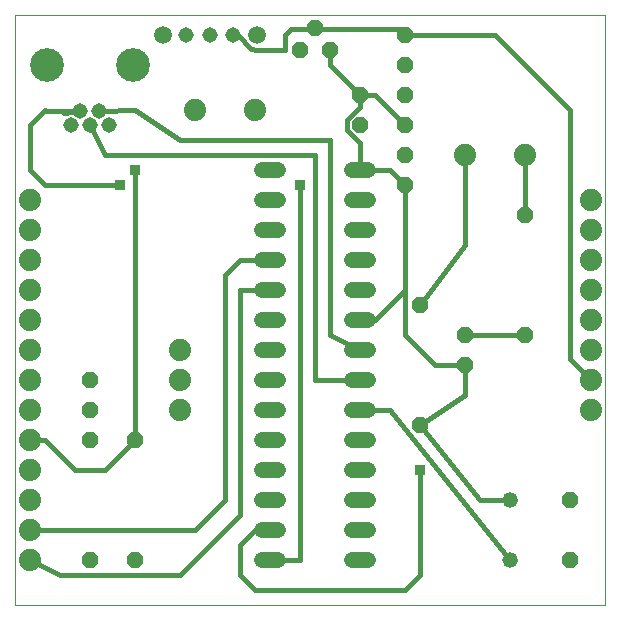
<source format=gtl>
G75*
%MOIN*%
%OFA0B0*%
%FSLAX25Y25*%
%IPPOS*%
%LPD*%
%AMOC8*
5,1,8,0,0,1.08239X$1,22.5*
%
%ADD10C,0.00000*%
%ADD11OC8,0.05200*%
%ADD12C,0.05200*%
%ADD13C,0.05150*%
%ADD14C,0.11220*%
%ADD15C,0.07400*%
%ADD16C,0.05200*%
%ADD17C,0.05937*%
%ADD18C,0.01600*%
%ADD19R,0.03562X0.03562*%
D10*
X0008500Y0001800D02*
X0008500Y0198650D01*
X0205350Y0198650D01*
X0205350Y0001800D01*
X0008500Y0001800D01*
D11*
X0033500Y0016800D03*
X0048500Y0016800D03*
X0048500Y0056800D03*
X0033500Y0056800D03*
X0033500Y0066800D03*
X0033500Y0076800D03*
X0123500Y0161800D03*
X0123500Y0171800D03*
X0138500Y0171800D03*
X0138500Y0181800D03*
X0138500Y0191800D03*
X0113500Y0186800D03*
X0108500Y0194300D03*
X0103500Y0186800D03*
X0138500Y0161800D03*
X0138500Y0151800D03*
X0138500Y0141800D03*
X0178500Y0131800D03*
X0143500Y0101800D03*
X0158500Y0091800D03*
X0158500Y0081800D03*
X0178500Y0091800D03*
X0143500Y0061800D03*
X0193500Y0036800D03*
X0193500Y0016800D03*
D12*
X0173500Y0016800D03*
X0173500Y0036800D03*
D13*
X0039799Y0161721D03*
X0036650Y0166446D03*
X0033500Y0161721D03*
X0030350Y0166446D03*
X0027201Y0161721D03*
X0065626Y0191800D03*
X0073500Y0191800D03*
X0081374Y0191800D03*
D14*
X0047870Y0181800D03*
X0019130Y0181800D03*
D15*
X0013500Y0136800D03*
X0013500Y0126800D03*
X0013500Y0116800D03*
X0013500Y0106800D03*
X0013500Y0096800D03*
X0013500Y0086800D03*
X0013500Y0076800D03*
X0013500Y0066800D03*
X0013500Y0056800D03*
X0013500Y0046800D03*
X0013500Y0036800D03*
X0013500Y0026800D03*
X0013500Y0016800D03*
X0063500Y0066800D03*
X0063500Y0076800D03*
X0063500Y0086800D03*
X0068500Y0166800D03*
X0088500Y0166800D03*
X0158500Y0151800D03*
X0178500Y0151800D03*
X0200500Y0136800D03*
X0200500Y0126800D03*
X0200500Y0116800D03*
X0200500Y0106800D03*
X0200500Y0096800D03*
X0200500Y0086800D03*
X0200500Y0076800D03*
X0200500Y0066800D03*
D16*
X0126100Y0066800D02*
X0120900Y0066800D01*
X0120900Y0056800D02*
X0126100Y0056800D01*
X0126100Y0046800D02*
X0120900Y0046800D01*
X0120900Y0036800D02*
X0126100Y0036800D01*
X0126100Y0026800D02*
X0120900Y0026800D01*
X0120900Y0016800D02*
X0126100Y0016800D01*
X0096100Y0016800D02*
X0090900Y0016800D01*
X0090900Y0026800D02*
X0096100Y0026800D01*
X0096100Y0036800D02*
X0090900Y0036800D01*
X0090900Y0046800D02*
X0096100Y0046800D01*
X0096100Y0056800D02*
X0090900Y0056800D01*
X0090900Y0066800D02*
X0096100Y0066800D01*
X0096100Y0076800D02*
X0090900Y0076800D01*
X0090900Y0086800D02*
X0096100Y0086800D01*
X0096100Y0096800D02*
X0090900Y0096800D01*
X0090900Y0106800D02*
X0096100Y0106800D01*
X0096100Y0116800D02*
X0090900Y0116800D01*
X0090900Y0126800D02*
X0096100Y0126800D01*
X0096100Y0136800D02*
X0090900Y0136800D01*
X0090900Y0146800D02*
X0096100Y0146800D01*
X0120900Y0146800D02*
X0126100Y0146800D01*
X0126100Y0136800D02*
X0120900Y0136800D01*
X0120900Y0126800D02*
X0126100Y0126800D01*
X0126100Y0116800D02*
X0120900Y0116800D01*
X0120900Y0106800D02*
X0126100Y0106800D01*
X0126100Y0096800D02*
X0120900Y0096800D01*
X0120900Y0086800D02*
X0126100Y0086800D01*
X0126100Y0076800D02*
X0120900Y0076800D01*
D17*
X0089248Y0191800D03*
X0057752Y0191800D03*
D18*
X0081374Y0191800D02*
X0082787Y0191800D01*
X0087356Y0187231D01*
X0088069Y0187231D01*
X0088500Y0186800D01*
X0098500Y0186800D01*
X0098500Y0191800D01*
X0100550Y0193850D01*
X0136450Y0193850D01*
X0138500Y0191800D01*
X0168500Y0191800D01*
X0193500Y0166800D01*
X0193500Y0083800D01*
X0200500Y0076800D01*
X0178500Y0091800D02*
X0158500Y0091800D01*
X0158500Y0081800D02*
X0148500Y0081800D01*
X0138500Y0091800D01*
X0138500Y0106800D01*
X0128500Y0096800D01*
X0138500Y0106800D02*
X0138500Y0141800D01*
X0133500Y0146800D01*
X0123500Y0146800D01*
X0123500Y0155860D01*
X0119300Y0160060D01*
X0119300Y0163540D01*
X0123500Y0167740D01*
X0123500Y0171800D01*
X0128500Y0171800D01*
X0138500Y0161800D01*
X0123500Y0171800D02*
X0113500Y0181800D01*
X0113500Y0186800D01*
X0113500Y0156800D02*
X0113500Y0091800D01*
X0123500Y0086800D01*
X0123500Y0076800D02*
X0108500Y0076800D01*
X0108500Y0151800D01*
X0038500Y0151800D01*
X0033500Y0161721D01*
X0030350Y0166446D02*
X0018854Y0166446D01*
X0018500Y0166800D01*
X0013500Y0161800D01*
X0013500Y0146800D01*
X0018500Y0141800D01*
X0043500Y0141800D01*
X0048500Y0146800D02*
X0048500Y0056800D01*
X0038500Y0046800D01*
X0028500Y0046800D01*
X0018500Y0056800D01*
X0013500Y0056800D01*
X0013500Y0026800D02*
X0068500Y0026800D01*
X0078500Y0036800D01*
X0078500Y0111800D01*
X0083500Y0116800D01*
X0093500Y0116800D01*
X0093500Y0106800D02*
X0083500Y0106800D01*
X0083500Y0031800D01*
X0063500Y0011800D01*
X0023500Y0011800D01*
X0013500Y0016800D01*
X0083500Y0011800D02*
X0083500Y0021800D01*
X0088500Y0026800D01*
X0093500Y0026800D01*
X0093500Y0016800D02*
X0103500Y0016800D01*
X0103500Y0141800D01*
X0113500Y0156800D02*
X0063500Y0156800D01*
X0048500Y0166800D01*
X0036650Y0166446D01*
X0030350Y0166446D02*
X0024801Y0165896D01*
X0123500Y0066800D02*
X0133500Y0066800D01*
X0173500Y0016800D01*
X0173500Y0036800D02*
X0163500Y0036800D01*
X0143500Y0061800D01*
X0158500Y0071800D01*
X0158500Y0081800D01*
X0143500Y0101800D02*
X0158500Y0121800D01*
X0158500Y0151800D01*
X0178500Y0151800D02*
X0178500Y0131800D01*
X0143500Y0046800D02*
X0143500Y0011800D01*
X0138500Y0006800D01*
X0088500Y0006800D01*
X0083500Y0011800D01*
D19*
X0143500Y0046800D03*
X0103500Y0141800D03*
X0048500Y0146800D03*
X0043500Y0141800D03*
M02*

</source>
